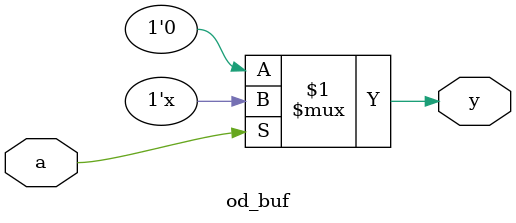
<source format=v>
`timescale 1ns / 1ps
`default_nettype none

module od_buf(
    input  wire [WIDTH:1] a,
    output wire [WIDTH:1] y
);

parameter WIDTH = 1;

genvar i;
generate
for (i = 1; i <= WIDTH; i = i + 1) begin
    assign y[i] = a[i] ? 1'bZ : 1'b0;
end
endgenerate

endmodule
`default_nettype wire

</source>
